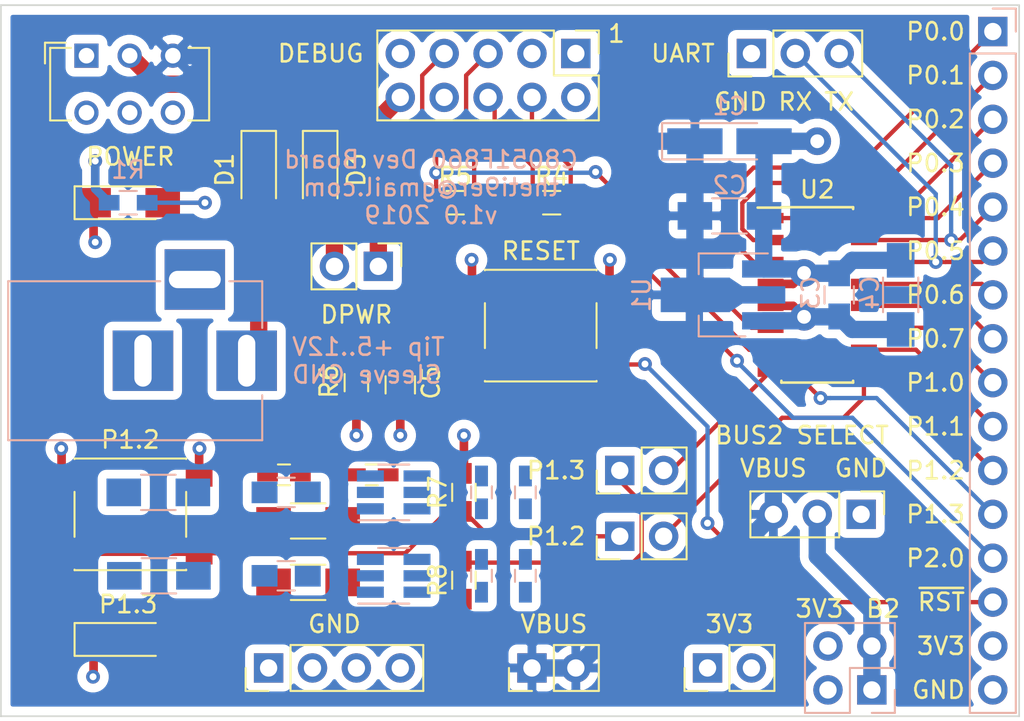
<source format=kicad_pcb>
(kicad_pcb (version 20171130) (host pcbnew "(5.1.2-1)-1")
  (layers (0 F.Cu signal) (1 GND power hide) (2 3V3 power hide) (31 B.Cu signal) (34 B.Paste user) (35 F.Paste user) (36 B.SilkS user) (37 F.SilkS user) (38 B.Mask user) (39 F.Mask user) (44 Edge.Cuts user))
  (net 0 "")
  (net 1 GND)
  (net 2 VBUS)
  (net 3 +3V3)
  (net 4 /~RST)
  (net 5 "Net-(D1-Pad2)")
  (net 6 /VBUS0)
  (net 7 "Net-(D2-Pad2)")
  (net 8 "Net-(D3-Pad2)")
  (net 9 "Net-(D4-Pad2)")
  (net 10 "Net-(J3-Pad2)")
  (net 11 /P0_5)
  (net 12 /P0_4)
  (net 13 "Net-(J10-Pad10)")
  (net 14 /C2CK)
  (net 15 /P2_0)
  (net 16 /C2D)
  (net 17 /P1_3)
  (net 18 /P1_2)
  (net 19 /P1_1)
  (net 20 /P1_0)
  (net 21 /P0_7)
  (net 22 /P0_6)
  (net 23 /P0_3)
  (net 24 /P0_2)
  (net 25 /P0_1)
  (net 26 /P0_0)
  (net 27 "Net-(JP2-Pad1)")
  (net 28 "Net-(JP3-Pad1)")
  (module Capacitors_SMD:C_0603_HandSoldering (layer F.Cu) (at 167.259 112.014)
    (fp_text reference REF** hide)
    (fp_text value C_0603_HandSoldering)
    (pad 1 smd rect (at -0.95 0) (size 1.2 0.75) (layers F.Cu F.Paste F.Mask))
    (pad 2 smd rect (at 0.95 0) (size 1.2 0.75) (layers F.Cu F.Paste F.Mask))
  )
  (module Capacitors_SMD:C_0603_HandSoldering (layer F.Cu) (at 162.179 112.014)
    (fp_text reference REF** hide)
    (fp_text value C_0603_HandSoldering)
    (pad 1 smd rect (at -0.95 0) (size 1.2 0.75) (layers F.Cu F.Paste F.Mask))
    (pad 2 smd rect (at 0.95 0) (size 1.2 0.75) (layers F.Cu F.Paste F.Mask))
  )
  (module Capacitors_SMD:C_1206_HandSoldering (layer F.Cu) (at 163.576 114.681)
    (fp_text reference REF** hide)
    (fp_text value C_1206_HandSoldering hide)
    (pad 1 smd rect (at -2 0) (size 2 1.6) (layers F.Cu F.Paste F.Mask))
    (pad 2 smd rect (at 2 0) (size 2 1.6) (layers F.Cu F.Paste F.Mask))
  )
  (module Capacitors_SMD:C_1206_HandSoldering (layer F.Cu) (at 163.576 118.237)
    (fp_text reference REF** hide)
    (fp_text value C_1206_HandSoldering)
    (pad 1 smd rect (at -2 0) (size 2 1.6) (layers F.Cu F.Paste F.Mask))
    (pad 2 smd rect (at 2 0) (size 2 1.6) (layers F.Cu F.Paste F.Mask))
  )
  (module Capacitors_SMD:C_0805_HandSoldering (layer B.Cu) (at 162.306 117.856 180)
    (fp_text reference REF** hide)
    (fp_text value C_0805_HandSoldering)
    (pad 1 smd rect (at -1.25 0 180) (size 1.5 1.25) (layers B.Cu B.Paste B.Mask))
    (pad 2 smd rect (at 1.25 0 180) (size 1.5 1.25) (layers B.Cu B.Paste B.Mask))
  )
  (module Capacitors_SMD:C_0805_HandSoldering (layer B.Cu) (at 162.306 113.03 180)
    (fp_text reference REF** hide)
    (fp_text value C_0805_HandSoldering)
    (pad 1 smd rect (at -1.25 0 180) (size 1.5 1.25) (layers B.Cu B.Paste B.Mask))
    (pad 2 smd rect (at 1.25 0 180) (size 1.5 1.25) (layers B.Cu B.Paste B.Mask))
  )
  (module Capacitors_SMD:C_1206_HandSoldering (layer B.Cu) (at 154.94 117.856 180)
    (fp_text reference REF** hide)
    (fp_text value C_1206_HandSoldering)
    (pad 1 smd rect (at -2 0 180) (size 2 1.6) (layers B.Cu B.Paste B.Mask))
    (pad 2 smd rect (at 2 0 180) (size 2 1.6) (layers B.Cu B.Paste B.Mask))
  )
  (module Capacitors_SMD:C_1206_HandSoldering (layer B.Cu) (at 154.908 113.03 180)
    (fp_text reference REF** hide)
    (fp_text value C_1206_HandSoldering)
    (pad 1 smd rect (at -2 0 180) (size 2 1.6) (layers B.Cu B.Paste B.Mask))
    (pad 2 smd rect (at 2 0 180) (size 2 1.6) (layers B.Cu B.Paste B.Mask))
  )
  (module Capacitors_SMD:C_0603_HandSoldering (layer B.Cu) (at 173.609 113.03 270)
    (fp_text reference REF** hide)
    (fp_text value C_0603_HandSoldering)
    (pad 1 smd rect (at -0.95 0 270) (size 1.2 0.75) (layers B.Cu B.Paste B.Mask))
    (pad 2 smd rect (at 0.95 0 270) (size 1.2 0.75) (layers B.Cu B.Paste B.Mask))
  )
  (module Capacitors_SMD:C_0603_HandSoldering (layer B.Cu) (at 176.149 113.03 270)
    (fp_text reference REF** hide)
    (fp_text value C_0603_HandSoldering)
    (pad 1 smd rect (at -0.95 0 270) (size 1.2 0.75) (layers B.Cu B.Paste B.Mask))
    (pad 2 smd rect (at 0.95 0 270) (size 1.2 0.75) (layers B.Cu B.Paste B.Mask))
  )
  (module Capacitors_SMD:C_0603_HandSoldering (layer B.Cu) (at 176.149 117.856 90)
    (fp_text reference REF** hide)
    (fp_text value C_0603_HandSoldering)
    (pad 1 smd rect (at -0.95 0 90) (size 1.2 0.75) (layers B.Cu B.Paste B.Mask))
    (pad 2 smd rect (at 0.95 0 90) (size 1.2 0.75) (layers B.Cu B.Paste B.Mask))
  )
  (module Capacitors_SMD:C_0603_HandSoldering (layer B.Cu) (at 173.609 117.856 270)
    (fp_text reference REF** hide)
    (fp_text value C_0603_HandSoldering)
    (pad 1 smd rect (at -0.95 0 270) (size 1.2 0.75) (layers B.Cu B.Paste B.Mask))
    (pad 2 smd rect (at 0.95 0 270) (size 1.2 0.75) (layers B.Cu B.Paste B.Mask))
  )
  (module TO_SOT_Packages_SMD:SOT-23-6_Handsoldering (layer B.Cu) (at 168.529 113.03)
    (fp_text reference REF** hide)
    (fp_text value SOT-23-6_Handsoldering)
    (pad 1 smd rect (at -1.35 0.95) (size 1.56 0.65) (layers B.Cu B.Paste B.Mask))
    (pad 2 smd rect (at -1.35 0) (size 1.56 0.65) (layers B.Cu B.Paste B.Mask))
    (pad 3 smd rect (at -1.35 -0.95) (size 1.56 0.65) (layers B.Cu B.Paste B.Mask))
    (pad 4 smd rect (at 1.35 -0.95) (size 1.56 0.65) (layers B.Cu B.Paste B.Mask))
    (pad 6 smd rect (at 1.35 0.95) (size 1.56 0.65) (layers B.Cu B.Paste B.Mask))
    (pad 5 smd rect (at 1.35 0) (size 1.56 0.65) (layers B.Cu B.Paste B.Mask))
  )
  (module TO_SOT_Packages_SMD:SOT-23-6_Handsoldering (layer B.Cu) (at 168.529 117.856)
    (fp_text reference REF** hide)
    (fp_text value SOT-23-6_Handsoldering)
    (pad 1 smd rect (at -1.35 0.95) (size 1.56 0.65) (layers B.Cu B.Paste B.Mask))
    (pad 2 smd rect (at -1.35 0) (size 1.56 0.65) (layers B.Cu B.Paste B.Mask))
    (pad 3 smd rect (at -1.35 -0.95) (size 1.56 0.65) (layers B.Cu B.Paste B.Mask))
    (pad 4 smd rect (at 1.35 -0.95) (size 1.56 0.65) (layers B.Cu B.Paste B.Mask))
    (pad 6 smd rect (at 1.35 0.95) (size 1.56 0.65) (layers B.Cu B.Paste B.Mask))
    (pad 5 smd rect (at 1.35 0) (size 1.56 0.65) (layers B.Cu B.Paste B.Mask))
  )
  (module LEDs:LED_1206_HandSoldering (layer F.Cu) (at 153.162 96.266)
    (fp_text reference D2 hide)
    (fp_text value PWR hide)
    (pad 1 smd rect (at -2 0) (size 2 1.7) (layers F.Cu F.Paste F.Mask) (net 1 GND))
    (pad 2 smd rect (at 2 0) (size 2 1.7) (layers F.Cu F.Paste F.Mask) (net 7 "Net-(D2-Pad2)"))
  )
  (module Housings_SOIC:SOIC-16_3.9x9.9mm_Pitch1.27mm (layer F.Cu) (at 193.04 101.6)
    (fp_text reference U2 (at 0 -6.096) (layer F.SilkS))
    (fp_text value C8051F860-C-GS hide)
    (pad 1 smd rect (at -2.7 -4.445) (size 1.5 0.6) (layers F.Cu F.Paste F.Mask) (net 24 /P0_2))
    (pad 2 smd rect (at -2.7 -3.175) (size 1.5 0.6) (layers F.Cu F.Paste F.Mask) (net 25 /P0_1))
    (pad 3 smd rect (at -2.7 -1.905) (size 1.5 0.6) (layers F.Cu F.Paste F.Mask) (net 26 /P0_0))
    (pad 4 smd rect (at -2.7 -0.635) (size 1.5 0.6) (layers F.Cu F.Paste F.Mask) (net 1 GND))
    (pad 5 smd rect (at -2.7 0.635) (size 1.5 0.6) (layers F.Cu F.Paste F.Mask) (net 3 +3V3))
    (pad 6 smd rect (at -2.7 1.905) (size 1.5 0.6) (layers F.Cu F.Paste F.Mask) (net 14 /C2CK))
    (pad 7 smd rect (at -2.7 3.175) (size 1.5 0.6) (layers F.Cu F.Paste F.Mask) (net 16 /C2D))
    (pad 8 smd rect (at -2.7 4.445) (size 1.5 0.6) (layers F.Cu F.Paste F.Mask) (net 17 /P1_3))
    (pad 9 smd rect (at 2.7 4.445) (size 1.5 0.6) (layers F.Cu F.Paste F.Mask) (net 18 /P1_2))
    (pad 10 smd rect (at 2.7 3.175) (size 1.5 0.6) (layers F.Cu F.Paste F.Mask) (net 19 /P1_1))
    (pad 11 smd rect (at 2.7 1.905) (size 1.5 0.6) (layers F.Cu F.Paste F.Mask) (net 20 /P1_0))
    (pad 12 smd rect (at 2.7 0.635) (size 1.5 0.6) (layers F.Cu F.Paste F.Mask) (net 21 /P0_7))
    (pad 13 smd rect (at 2.7 -0.635) (size 1.5 0.6) (layers F.Cu F.Paste F.Mask) (net 22 /P0_6))
    (pad 14 smd rect (at 2.7 -1.905) (size 1.5 0.6) (layers F.Cu F.Paste F.Mask) (net 11 /P0_5))
    (pad 15 smd rect (at 2.7 -3.175) (size 1.5 0.6) (layers F.Cu F.Paste F.Mask) (net 12 /P0_4))
    (pad 16 smd rect (at 2.7 -4.445) (size 1.5 0.6) (layers F.Cu F.Paste F.Mask) (net 23 /P0_3))
  )
  (module Pin_Headers:Pin_Header_Straight_1x03_Pitch2.54mm (layer F.Cu) (at 195.58 114.3 270)
    (fp_text reference J3 hide)
    (fp_text value "BUS2 SELECT" (at -4.572 3.429 180) (layer F.SilkS))
    (pad 1 thru_hole rect (at 0 0 270) (size 1.7 1.7) (drill 1) (layers *.Cu *.Mask) (net 1 GND))
    (pad 2 thru_hole oval (at 0 2.54 270) (size 1.7 1.7) (drill 1) (layers *.Cu *.Mask) (net 10 "Net-(J3-Pad2)"))
    (pad 3 thru_hole oval (at 0 5.08 270) (size 1.7 1.7) (drill 1) (layers *.Cu *.Mask) (net 2 VBUS))
  )
  (module Pin_Headers:Pin_Header_Straight_1x02_Pitch2.54mm (layer F.Cu) (at 181.61 115.57 90)
    (fp_text reference JP2 hide)
    (fp_text value P1.2 (at 0 -3.683 180) (layer F.SilkS))
    (pad 1 thru_hole rect (at 0 0 90) (size 1.7 1.7) (drill 1) (layers *.Cu *.Mask) (net 27 "Net-(JP2-Pad1)"))
    (pad 2 thru_hole oval (at 0 2.54 90) (size 1.7 1.7) (drill 1) (layers *.Cu *.Mask) (net 18 /P1_2))
  )
  (module Pin_Headers:Pin_Header_Straight_1x02_Pitch2.54mm (layer F.Cu) (at 181.61 111.76 90)
    (fp_text reference JP3 hide)
    (fp_text value P1.3 (at 0 -3.683 180) (layer F.SilkS))
    (pad 1 thru_hole rect (at 0 0 90) (size 1.7 1.7) (drill 1) (layers *.Cu *.Mask) (net 28 "Net-(JP3-Pad1)"))
    (pad 2 thru_hole oval (at 0 2.54 90) (size 1.7 1.7) (drill 1) (layers *.Cu *.Mask) (net 17 /P1_3))
  )
  (module Connectors:BARREL_JACK (layer B.Cu) (at 160.02 105.41)
    (fp_text reference J1 hide)
    (fp_text value 5-12V hide)
    (pad 1 thru_hole rect (at 0 0) (size 3.5 3.5) (drill oval 1 3) (layers *.Cu *.Mask) (net 5 "Net-(D1-Pad2)"))
    (pad 2 thru_hole rect (at -6 0) (size 3.5 3.5) (drill oval 1 3) (layers *.Cu *.Mask) (net 1 GND))
    (pad 3 thru_hole rect (at -3 -4.7) (size 3.5 3.5) (drill oval 3 1) (layers *.Cu *.Mask))
  )
  (module Capacitors_SMD:C_1206_HandSoldering (layer B.Cu) (at 197.866 101.6 90)
    (fp_text reference C4 (at 0.127 -1.778 270) (layer B.SilkS) (effects (justify mirror)))
    (fp_text value 1.0)
    (pad 1 smd rect (at -2 0 90) (size 2 1.6) (layers B.Cu B.Paste B.Mask) (net 3 +3V3))
    (pad 2 smd rect (at 2 0 90) (size 2 1.6) (layers B.Cu B.Paste B.Mask) (net 1 GND))
  )
  (module Buttons_Switches_SMD:SW_SPST_PTS645 (layer F.Cu) (at 153.289 114.3)
    (fp_text reference SW3 hide)
    (fp_text value P1.2 (at 0 -4.318) (layer F.SilkS))
    (pad 2 smd rect (at -3.98 2.25) (size 1.55 1.3) (layers F.Cu F.Paste F.Mask) (net 27 "Net-(JP2-Pad1)"))
    (pad 1 smd rect (at -3.98 -2.25) (size 1.55 1.3) (layers F.Cu F.Paste F.Mask) (net 1 GND))
    (pad 1 smd rect (at 3.98 -2.25) (size 1.55 1.3) (layers F.Cu F.Paste F.Mask) (net 1 GND))
    (pad 2 smd rect (at 3.98 2.25) (size 1.55 1.3) (layers F.Cu F.Paste F.Mask) (net 27 "Net-(JP2-Pad1)"))
  )
  (module Buttons_Switches_SMD:SW_SPST_PTS645 (layer F.Cu) (at 177.038 103.378)
    (fp_text reference SW2 hide)
    (fp_text value RESET (at 0 -4.318) (layer F.SilkS))
    (pad 2 smd rect (at -3.98 2.25) (size 1.55 1.3) (layers F.Cu F.Paste F.Mask) (net 4 /~RST))
    (pad 1 smd rect (at -3.98 -2.25) (size 1.55 1.3) (layers F.Cu F.Paste F.Mask) (net 1 GND))
    (pad 1 smd rect (at 3.98 -2.25) (size 1.55 1.3) (layers F.Cu F.Paste F.Mask) (net 1 GND))
    (pad 2 smd rect (at 3.98 2.25) (size 1.55 1.3) (layers F.Cu F.Paste F.Mask) (net 4 /~RST))
  )
  (module Buttons_Switches_THT:SW_CuK_JS202011CQN_DPDT_Straight (layer F.Cu) (at 150.749 87.757)
    (fp_text reference SW1 hide)
    (fp_text value POWER (at 2.54 5.842) (layer F.SilkS))
    (pad 1 thru_hole rect (at 0 0) (size 1.4 1.4) (drill 0.9) (layers *.Cu *.Mask))
    (pad 2 thru_hole circle (at 2.5 0) (size 1.4 1.4) (drill 0.9) (layers *.Cu *.Mask) (net 6 /VBUS0))
    (pad 3 thru_hole circle (at 5 0) (size 1.4 1.4) (drill 0.9) (layers *.Cu *.Mask) (net 2 VBUS))
    (pad 4 thru_hole circle (at 0 3.3) (size 1.4 1.4) (drill 0.9) (layers *.Cu *.Mask))
    (pad 5 thru_hole circle (at 2.5 3.3) (size 1.4 1.4) (drill 0.9) (layers *.Cu *.Mask))
    (pad 6 thru_hole circle (at 5 3.3) (size 1.4 1.4) (drill 0.9) (layers *.Cu *.Mask))
  )
  (module Socket_Strips:Socket_Strip_Straight_1x16_Pitch2.54mm (layer B.Cu) (at 203.2 86.36 180)
    (fp_text reference J2 hide)
    (fp_text value BOARD hide)
    (pad 1 thru_hole rect (at 0 0 180) (size 1.7 1.7) (drill 1) (layers *.Cu *.Mask) (net 26 /P0_0))
    (pad 2 thru_hole oval (at 0 -2.54 180) (size 1.7 1.7) (drill 1) (layers *.Cu *.Mask) (net 25 /P0_1))
    (pad 3 thru_hole oval (at 0 -5.08 180) (size 1.7 1.7) (drill 1) (layers *.Cu *.Mask) (net 24 /P0_2))
    (pad 4 thru_hole oval (at 0 -7.62 180) (size 1.7 1.7) (drill 1) (layers *.Cu *.Mask) (net 23 /P0_3))
    (pad 5 thru_hole oval (at 0 -10.16 180) (size 1.7 1.7) (drill 1) (layers *.Cu *.Mask) (net 12 /P0_4))
    (pad 6 thru_hole oval (at 0 -12.7 180) (size 1.7 1.7) (drill 1) (layers *.Cu *.Mask) (net 11 /P0_5))
    (pad 7 thru_hole oval (at 0 -15.24 180) (size 1.7 1.7) (drill 1) (layers *.Cu *.Mask) (net 22 /P0_6))
    (pad 8 thru_hole oval (at 0 -17.78 180) (size 1.7 1.7) (drill 1) (layers *.Cu *.Mask) (net 21 /P0_7))
    (pad 9 thru_hole oval (at 0 -20.32 180) (size 1.7 1.7) (drill 1) (layers *.Cu *.Mask) (net 20 /P1_0))
    (pad 10 thru_hole oval (at 0 -22.86 180) (size 1.7 1.7) (drill 1) (layers *.Cu *.Mask) (net 19 /P1_1))
    (pad 11 thru_hole oval (at 0 -25.4 180) (size 1.7 1.7) (drill 1) (layers *.Cu *.Mask) (net 18 /P1_2))
    (pad 12 thru_hole oval (at 0 -27.94 180) (size 1.7 1.7) (drill 1) (layers *.Cu *.Mask) (net 17 /P1_3))
    (pad 13 thru_hole oval (at 0 -30.48 180) (size 1.7 1.7) (drill 1) (layers *.Cu *.Mask) (net 15 /P2_0))
    (pad 14 thru_hole oval (at 0 -33.02 180) (size 1.7 1.7) (drill 1) (layers *.Cu *.Mask) (net 4 /~RST))
    (pad 15 thru_hole oval (at 0 -35.56 180) (size 1.7 1.7) (drill 1) (layers *.Cu *.Mask) (net 3 +3V3))
    (pad 16 thru_hole oval (at 0 -38.1 180) (size 1.7 1.7) (drill 1) (layers *.Cu *.Mask) (net 1 GND))
  )
  (module Capacitors_Tantalum_SMD:CP_Tantalum_Case-A_EIA-3216-18_Hand (layer B.Cu) (at 187.96 92.71)
    (fp_text reference C1 (at 0 -2.032) (layer B.SilkS) (effects (justify mirror)))
    (fp_text value 22.0)
    (pad 1 smd rect (at -2 0) (size 3.2 1.5) (layers B.Cu B.Paste B.Mask) (net 2 VBUS))
    (pad 2 smd rect (at 2 0) (size 3.2 1.5) (layers B.Cu B.Paste B.Mask) (net 1 GND))
  )
  (module Capacitors_SMD:C_1206_HandSoldering (layer B.Cu) (at 187.96 97.028)
    (fp_text reference C2 (at 0 -1.778) (layer B.SilkS) (effects (justify mirror)))
    (fp_text value 1.0)
    (pad 1 smd rect (at -2 0) (size 2 1.6) (layers B.Cu B.Paste B.Mask) (net 2 VBUS))
    (pad 2 smd rect (at 2 0) (size 2 1.6) (layers B.Cu B.Paste B.Mask) (net 1 GND))
  )
  (module Capacitors_SMD:C_0805_HandSoldering (layer B.Cu) (at 194.31 101.6 90)
    (fp_text reference C3 (at 0.127 -1.651 90) (layer B.SilkS) (effects (justify mirror)))
    (fp_text value 0.1)
    (pad 1 smd rect (at -1.25 0 90) (size 1.5 1.25) (layers B.Cu B.Paste B.Mask) (net 3 +3V3))
    (pad 2 smd rect (at 1.25 0 90) (size 1.5 1.25) (layers B.Cu B.Paste B.Mask) (net 1 GND))
  )
  (module Capacitors_SMD:C_0805_HandSoldering (layer F.Cu) (at 168.91 106.807 270)
    (fp_text reference C5 (at -0.127 -1.778 90) (layer F.SilkS))
    (fp_text value 0.1)
    (pad 1 smd rect (at -1.25 0 270) (size 1.5 1.25) (layers F.Cu F.Paste F.Mask) (net 4 /~RST))
    (pad 2 smd rect (at 1.25 0 270) (size 1.5 1.25) (layers F.Cu F.Paste F.Mask) (net 1 GND))
  )
  (module Diodes_SMD:D_SOD-123 (layer F.Cu) (at 160.7185 94.361 270)
    (fp_text reference D1 (at 0 1.9685 90) (layer F.SilkS))
    (fp_text value STPS140Z)
    (pad 1 smd rect (at -1.65 0 270) (size 0.9 1.2) (layers F.Cu F.Paste F.Mask) (net 6 /VBUS0))
    (pad 2 smd rect (at 1.65 0 270) (size 0.9 1.2) (layers F.Cu F.Paste F.Mask) (net 5 "Net-(D1-Pad2)"))
  )
  (module Diodes_SMD:D_SOD-123 (layer F.Cu) (at 164.2745 94.361 270)
    (fp_text reference D3 (at 0 -2.0955 90) (layer F.SilkS))
    (fp_text value STPS140Z)
    (pad 1 smd rect (at -1.65 0 270) (size 0.9 1.2) (layers F.Cu F.Paste F.Mask) (net 6 /VBUS0))
    (pad 2 smd rect (at 1.65 0 270) (size 0.9 1.2) (layers F.Cu F.Paste F.Mask) (net 8 "Net-(D3-Pad2)"))
  )
  (module LEDs:LED_1206_HandSoldering (layer F.Cu) (at 153.162 121.539)
    (fp_text reference D4 hide)
    (fp_text value P1.3 (at 0 -2.032) (layer F.SilkS))
    (pad 1 smd rect (at -2 0) (size 2 1.7) (layers F.Cu F.Paste F.Mask) (net 1 GND))
    (pad 2 smd rect (at 2 0) (size 2 1.7) (layers F.Cu F.Paste F.Mask) (net 9 "Net-(D4-Pad2)"))
  )
  (module Pin_Headers:Pin_Header_Straight_2x02_Pitch2.54mm (layer B.Cu) (at 196.2 124.46 90)
    (fp_text reference J4 hide)
    (fp_text value BUS1-2 hide)
    (pad 1 thru_hole rect (at 0 0 90) (size 1.7 1.7) (drill 1) (layers *.Cu *.Mask) (net 10 "Net-(J3-Pad2)"))
    (pad 2 thru_hole oval (at 2.54 0 90) (size 1.7 1.7) (drill 1) (layers *.Cu *.Mask) (net 10 "Net-(J3-Pad2)"))
    (pad 3 thru_hole oval (at 0 -2.54 90) (size 1.7 1.7) (drill 1) (layers *.Cu *.Mask) (net 3 +3V3))
    (pad 4 thru_hole oval (at 2.54 -2.54 90) (size 1.7 1.7) (drill 1) (layers *.Cu *.Mask) (net 3 +3V3))
  )
  (module Pin_Headers:Pin_Header_Straight_1x02_Pitch2.54mm (layer F.Cu) (at 176.53 123.19 90)
    (fp_text reference J6 hide)
    (fp_text value VBUS (at 2.54 1.27 180) (layer F.SilkS))
    (pad 1 thru_hole rect (at 0 0 90) (size 1.7 1.7) (drill 1) (layers *.Cu *.Mask) (net 2 VBUS))
    (pad 2 thru_hole oval (at 0 2.54 90) (size 1.7 1.7) (drill 1) (layers *.Cu *.Mask) (net 2 VBUS))
  )
  (module Pin_Headers:Pin_Header_Straight_1x02_Pitch2.54mm (layer F.Cu) (at 186.69 123.19 90)
    (fp_text reference J7 hide)
    (fp_text value 3V3 (at 2.54 1.27 180) (layer F.SilkS))
    (pad 1 thru_hole rect (at 0 0 90) (size 1.7 1.7) (drill 1) (layers *.Cu *.Mask) (net 3 +3V3))
    (pad 2 thru_hole oval (at 0 2.54 90) (size 1.7 1.7) (drill 1) (layers *.Cu *.Mask) (net 3 +3V3))
  )
  (module Pin_Headers:Pin_Header_Straight_1x04_Pitch2.54mm (layer F.Cu) (at 161.29 123.19 90)
    (fp_text reference J8 hide)
    (fp_text value GND (at 2.54 3.81 180) (layer F.SilkS))
    (pad 1 thru_hole rect (at 0 0 90) (size 1.7 1.7) (drill 1) (layers *.Cu *.Mask) (net 1 GND))
    (pad 2 thru_hole oval (at 0 2.54 90) (size 1.7 1.7) (drill 1) (layers *.Cu *.Mask) (net 1 GND))
    (pad 3 thru_hole oval (at 0 5.08 90) (size 1.7 1.7) (drill 1) (layers *.Cu *.Mask) (net 1 GND))
    (pad 4 thru_hole oval (at 0 7.62 90) (size 1.7 1.7) (drill 1) (layers *.Cu *.Mask) (net 1 GND))
  )
  (module Pin_Headers:Pin_Header_Straight_1x03_Pitch2.54mm (layer F.Cu) (at 189.23 87.63 90)
    (fp_text reference J9 hide)
    (fp_text value UART (at 0 -2.032 180) (layer F.SilkS) (effects (justify right)))
    (pad 1 thru_hole rect (at 0 0 90) (size 1.7 1.7) (drill 1) (layers *.Cu *.Mask) (net 1 GND))
    (pad 2 thru_hole oval (at 0 2.54 90) (size 1.7 1.7) (drill 1) (layers *.Cu *.Mask) (net 11 /P0_5))
    (pad 3 thru_hole oval (at 0 5.08 90) (size 1.7 1.7) (drill 1) (layers *.Cu *.Mask) (net 12 /P0_4))
  )
  (module Pin_Headers:Pin_Header_Straight_2x05_Pitch2.54mm (layer F.Cu) (at 179.07 87.63 270)
    (fp_text reference J10 hide)
    (fp_text value DEBUG (at 0 12.192 180) (layer F.SilkS) (effects (justify right)))
    (pad 1 thru_hole rect (at 0 0 270) (size 1.7 1.7) (drill 1) (layers *.Cu *.Mask))
    (pad 2 thru_hole oval (at 2.54 0 270) (size 1.7 1.7) (drill 1) (layers *.Cu *.Mask) (net 1 GND))
    (pad 3 thru_hole oval (at 0 2.54 270) (size 1.7 1.7) (drill 1) (layers *.Cu *.Mask) (net 1 GND))
    (pad 4 thru_hole oval (at 2.54 2.54 270) (size 1.7 1.7) (drill 1) (layers *.Cu *.Mask) (net 16 /C2D))
    (pad 5 thru_hole oval (at 0 5.08 270) (size 1.7 1.7) (drill 1) (layers *.Cu *.Mask) (net 4 /~RST))
    (pad 6 thru_hole oval (at 2.54 5.08 270) (size 1.7 1.7) (drill 1) (layers *.Cu *.Mask) (net 15 /P2_0))
    (pad 7 thru_hole oval (at 0 7.62 270) (size 1.7 1.7) (drill 1) (layers *.Cu *.Mask) (net 14 /C2CK))
    (pad 8 thru_hole oval (at 2.54 7.62 270) (size 1.7 1.7) (drill 1) (layers *.Cu *.Mask))
    (pad 9 thru_hole oval (at 0 10.16 270) (size 1.7 1.7) (drill 1) (layers *.Cu *.Mask) (net 1 GND))
    (pad 10 thru_hole oval (at 2.54 10.16 270) (size 1.7 1.7) (drill 1) (layers *.Cu *.Mask) (net 13 "Net-(J10-Pad10)"))
  )
  (module Pin_Headers:Pin_Header_Straight_1x02_Pitch2.54mm (layer F.Cu) (at 167.64 99.949 270)
    (fp_text reference JP1 hide)
    (fp_text value DPWR (at 2.794 1.27 180) (layer F.SilkS))
    (pad 1 thru_hole rect (at 0 0 270) (size 1.7 1.7) (drill 1) (layers *.Cu *.Mask) (net 13 "Net-(J10-Pad10)"))
    (pad 2 thru_hole oval (at 0 2.54 270) (size 1.7 1.7) (drill 1) (layers *.Cu *.Mask) (net 8 "Net-(D3-Pad2)"))
  )
  (module Resistors_SMD:R_0603_HandSoldering (layer B.Cu) (at 153.162 96.266)
    (fp_text reference R1 (at 0 -1.905 180) (layer B.SilkS) (effects (justify mirror)))
    (fp_text value 470)
    (pad 1 smd rect (at -1.1 0) (size 1.2 0.9) (layers B.Cu B.Paste B.Mask) (net 3 +3V3))
    (pad 2 smd rect (at 1.1 0) (size 1.2 0.9) (layers B.Cu B.Paste B.Mask) (net 7 "Net-(D2-Pad2)"))
  )
  (module Resistors_SMD:R_0603_HandSoldering (layer F.Cu) (at 177.673 96.266 180)
    (fp_text reference R4 (at 0 1.524) (layer F.SilkS))
    (fp_text value 1K0)
    (pad 1 smd rect (at -1.1 0 180) (size 1.2 0.9) (layers F.Cu F.Paste F.Mask) (net 16 /C2D))
    (pad 2 smd rect (at 1.1 0 180) (size 1.2 0.9) (layers F.Cu F.Paste F.Mask) (net 15 /P2_0))
  )
  (module Resistors_SMD:R_0603_HandSoldering (layer F.Cu) (at 172.085 96.266)
    (fp_text reference R5 (at 0 -1.524) (layer F.SilkS))
    (fp_text value 1K0)
    (pad 1 smd rect (at -1.1 0) (size 1.2 0.9) (layers F.Cu F.Paste F.Mask) (net 14 /C2CK))
    (pad 2 smd rect (at 1.1 0) (size 1.2 0.9) (layers F.Cu F.Paste F.Mask) (net 4 /~RST))
  )
  (module Resistors_SMD:R_0603_HandSoldering (layer F.Cu) (at 166.37 106.68 270)
    (fp_text reference R6 (at -0.0635 1.5875 90) (layer F.SilkS))
    (fp_text value 1K0)
    (pad 1 smd rect (at -1.1 0 270) (size 1.2 0.9) (layers F.Cu F.Paste F.Mask) (net 4 /~RST))
    (pad 2 smd rect (at 1.1 0 270) (size 1.2 0.9) (layers F.Cu F.Paste F.Mask) (net 3 +3V3))
  )
  (module Resistors_SMD:R_0603_HandSoldering (layer F.Cu) (at 172.593 113.03 270)
    (fp_text reference R7 (at 0 1.524 90) (layer F.SilkS))
    (fp_text value 3K3)
    (pad 1 smd rect (at -1.1 0 270) (size 1.2 0.9) (layers F.Cu F.Paste F.Mask) (net 3 +3V3))
    (pad 2 smd rect (at 1.1 0 270) (size 1.2 0.9) (layers F.Cu F.Paste F.Mask) (net 27 "Net-(JP2-Pad1)"))
  )
  (module Resistors_SMD:R_0603_HandSoldering (layer F.Cu) (at 172.593 118.11 270)
    (fp_text reference R8 (at 0 1.524 90) (layer F.SilkS))
    (fp_text value 470)
    (pad 1 smd rect (at -1.1 0 270) (size 1.2 0.9) (layers F.Cu F.Paste F.Mask) (net 28 "Net-(JP3-Pad1)"))
    (pad 2 smd rect (at 1.1 0 270) (size 1.2 0.9) (layers F.Cu F.Paste F.Mask) (net 9 "Net-(D4-Pad2)"))
  )
  (module TO_SOT_Packages_SMD:SOT-89-3_Handsoldering (layer B.Cu) (at 187.96 101.6 180)
    (fp_text reference U1 (at 5.08 0 90) (layer B.SilkS) (effects (justify mirror)))
    (fp_text value MCP1700-3302E_SOT89)
    (pad 1 smd rect (at -1.98 1.5 270) (size 1 2.5) (layers B.Cu B.Paste B.Mask) (net 1 GND))
    (pad 2 smd rect (at -1.98 0 270) (size 1 2.5) (layers B.Cu B.Paste B.Mask) (net 2 VBUS))
    (pad 3 smd rect (at -1.98 -1.5 270) (size 1 2.5) (layers B.Cu B.Paste B.Mask) (net 3 +3V3))
    (pad 2 smd rect (at 1.98 0 270) (size 2 4) (layers B.Cu B.Paste B.Mask) (net 2 VBUS))
    (pad 2 smd trapezoid (at -0.37 0 90) (size 1.5 0.75) (rect_delta 0 -0.5) (layers B.Cu B.Paste B.Mask) (net 2 VBUS))
  )
  (gr_text "Tip +5..12V\nSleeve GND" (at 162.56 105.41) (layer B.SilkS) (effects (font (size 1 1)) (justify right mirror)))
  (gr_text "C8051F860 Dev Board\ntheti9er@gmail.com\nv1.0 2019" (at 170.688 95.377) (layer B.SilkS) (effects (font (size 1 1)) (justify mirror)))
  (gr_text 1 (at 180.848 86.487) (layer F.SilkS) (effects (font (size 1 1)) (justify left)))
  (gr_text GND (at 188.595 90.424) (layer F.SilkS) (effects (font (size 1 1))))
  (gr_text RX (at 191.77 90.424) (layer F.SilkS) (effects (font (size 1 1))))
  (gr_text TX (at 194.31 90.424) (layer F.SilkS) (effects (font (size 1 1))))
  (gr_text B2 (at 196.85 119.761) (layer F.SilkS) (effects (font (size 1 1))))
  (gr_text 3V3 (at 193.167 119.761) (layer F.SilkS) (effects (font (size 1 1))))
  (gr_text GND (at 195.58 111.633) (layer F.SilkS) (effects (font (size 1 1))))
  (gr_text VBUS (at 190.5 111.633) (layer F.SilkS) (effects (font (size 1 1))))
  (gr_text GND (at 201.676 124.46) (layer F.SilkS) (effects (font (size 1 1)) (justify right)))
  (gr_text 3V3 (at 201.676 121.92) (layer F.SilkS) (effects (font (size 1 1)) (justify right)))
  (gr_text ~RST (at 201.676 119.38) (layer F.SilkS) (effects (font (size 1 1)) (justify right)))
  (gr_text P2.0 (at 201.676 116.84) (layer F.SilkS) (effects (font (size 1 1)) (justify right)))
  (gr_text P1.3 (at 201.676 114.3) (layer F.SilkS) (effects (font (size 1 1)) (justify right)))
  (gr_text P1.2 (at 201.676 111.76) (layer F.SilkS) (effects (font (size 1 1)) (justify right)))
  (gr_text P1.1 (at 201.676 109.22) (layer F.SilkS) (effects (font (size 1 1)) (justify right)))
  (gr_text P1.0 (at 201.676 106.68) (layer F.SilkS) (effects (font (size 1 1)) (justify right)))
  (gr_text P0.7 (at 201.676 104.14) (layer F.SilkS) (effects (font (size 1 1)) (justify right)))
  (gr_text P0.6 (at 201.676 101.6) (layer F.SilkS) (effects (font (size 1 1)) (justify right)))
  (gr_text P0.5 (at 201.676 99.06) (layer F.SilkS) (effects (font (size 1 1)) (justify right)))
  (gr_text P0.4 (at 201.676 96.52) (layer F.SilkS) (effects (font (size 1 1)) (justify right)))
  (gr_text P0.3 (at 201.676 93.98) (layer F.SilkS) (effects (font (size 1 1)) (justify right)))
  (gr_text P0.2 (at 201.676 91.44) (layer F.SilkS) (effects (font (size 1 1)) (justify right)))
  (gr_text P0.1 (at 201.676 88.9) (layer F.SilkS) (effects (font (size 1 1)) (justify right)))
  (gr_text P0.0 (at 201.676 86.36) (layer F.SilkS) (effects (font (size 1 1)) (justify right)))
  (gr_line (start 204.724 84.836) (end 204.724 125.984) (layer Edge.Cuts) (width 0.1))
  (gr_line (start 145.796 84.836) (end 204.724 84.836) (layer Edge.Cuts) (width 0.1))
  (gr_line (start 145.796 125.984) (end 145.796 84.836) (layer Edge.Cuts) (width 0.1))
  (gr_line (start 204.724 125.984) (end 145.796 125.984) (layer Edge.Cuts) (width 0.1))
  (segment (start 189.96 92.71) (end 189.96 97.028) (width 1) (layer B.Cu) (net 1))
  (via (at 168.91 109.727998) (size 0.8) (drill 0.4) (layers F.Cu B.Cu) (net 1))
  (segment (start 168.91 108.057) (end 168.91 109.727998) (width 0.5) (layer F.Cu) (net 1))
  (via (at 192.278 100.330008) (size 1.6) (drill 0.8) (layers F.Cu B.Cu) (net 1))
  (segment (start 190.34 100.965) (end 191.643008 100.965) (width 0.5) (layer F.Cu) (net 1))
  (segment (start 191.643008 100.965) (end 191.878001 100.730007) (width 0.5) (layer F.Cu) (net 1))
  (segment (start 191.878001 100.730007) (end 192.278 100.330008) (width 0.5) (layer F.Cu) (net 1))
  (segment (start 195.06 99.6) (end 194.31 100.35) (width 1) (layer B.Cu) (net 1))
  (segment (start 197.866 99.6) (end 195.06 99.6) (width 1) (layer B.Cu) (net 1))
  (segment (start 192.297992 100.35) (end 192.278 100.330008) (width 1) (layer B.Cu) (net 1))
  (segment (start 194.31 100.35) (end 192.297992 100.35) (width 1) (layer B.Cu) (net 1))
  (segment (start 192.047992 100.1) (end 192.278 100.330008) (width 1) (layer B.Cu) (net 1))
  (segment (start 189.94 100.1) (end 192.047992 100.1) (width 1) (layer B.Cu) (net 1))
  (segment (start 189.94 97.048) (end 189.96 97.028) (width 1) (layer B.Cu) (net 1))
  (segment (start 189.94 100.1) (end 189.94 97.048) (width 1) (layer B.Cu) (net 1))
  (via (at 151.257 98.552) (size 0.8) (drill 0.4) (layers F.Cu B.Cu) (net 1))
  (segment (start 151.162 98.457) (end 151.257 98.552) (width 0.5) (layer F.Cu) (net 1))
  (segment (start 151.162 96.266) (end 151.162 98.457) (width 0.5) (layer F.Cu) (net 1))
  (via (at 193.04 92.71) (size 1.6) (drill 0.8) (layers F.Cu B.Cu) (net 1))
  (segment (start 189.96 92.71) (end 193.04 92.71) (width 1) (layer B.Cu) (net 1))
  (via (at 149.2885 110.49) (size 0.8) (drill 0.4) (layers F.Cu B.Cu) (net 1))
  (segment (start 149.309 112.05) (end 149.309 110.5105) (width 0.5) (layer F.Cu) (net 1))
  (segment (start 149.309 110.5105) (end 149.2885 110.49) (width 0.5) (layer F.Cu) (net 1))
  (via (at 157.2895 110.49) (size 0.8) (drill 0.4) (layers F.Cu B.Cu) (net 1))
  (segment (start 157.269 112.05) (end 157.269 110.5105) (width 0.5) (layer F.Cu) (net 1))
  (segment (start 157.269 110.5105) (end 157.2895 110.49) (width 0.5) (layer F.Cu) (net 1))
  (segment (start 181.018 99.5885) (end 181.0385 99.568) (width 0.5) (layer F.Cu) (net 1))
  (segment (start 181.018 101.128) (end 181.018 99.5885) (width 0.5) (layer F.Cu) (net 1))
  (via (at 181.0385 99.568) (size 0.8) (drill 0.4) (layers F.Cu B.Cu) (net 1))
  (via (at 173.0375 99.568006) (size 0.8) (drill 0.4) (layers F.Cu B.Cu) (net 1))
  (segment (start 173.058 101.128) (end 173.058 99.588506) (width 0.5) (layer F.Cu) (net 1))
  (segment (start 173.058 99.588506) (end 173.0375 99.568006) (width 0.5) (layer F.Cu) (net 1))
  (via (at 151.129996 123.698) (size 0.8) (drill 0.4) (layers F.Cu B.Cu) (net 1))
  (segment (start 151.162 121.539) (end 151.162 123.665996) (width 0.5) (layer F.Cu) (net 1))
  (segment (start 151.162 123.665996) (end 151.129996 123.698) (width 0.5) (layer F.Cu) (net 1))
  (segment (start 185.96 92.71) (end 185.96 97.028) (width 1) (layer B.Cu) (net 2))
  (segment (start 185.96 101.834) (end 185.98 101.854) (width 1) (layer B.Cu) (net 2))
  (segment (start 185.96 97.028) (end 185.96 101.834) (width 1) (layer B.Cu) (net 2))
  (segment (start 176.53 123.19) (end 179.07 123.19) (width 1) (layer B.Cu) (net 2))
  (segment (start 186.436 118.364) (end 190.5 114.3) (width 1) (layer B.Cu) (net 2))
  (segment (start 183.896 118.364) (end 186.436 118.364) (width 1) (layer B.Cu) (net 2))
  (segment (start 179.07 123.19) (end 183.896 118.364) (width 1) (layer B.Cu) (net 2))
  (segment (start 185.928 101.906) (end 185.98 101.854) (width 1) (layer B.Cu) (net 2))
  (segment (start 190.5 110.859501) (end 185.928 106.287501) (width 1) (layer B.Cu) (net 2))
  (segment (start 185.928 106.287501) (end 185.928 101.906) (width 1) (layer B.Cu) (net 2))
  (segment (start 190.5 114.3) (end 190.5 110.859501) (width 1) (layer B.Cu) (net 2))
  (segment (start 189.94 101.6) (end 185.98 101.6) (width 1) (layer B.Cu) (net 2))
  (segment (start 158.623 87.757) (end 155.749 87.757) (width 1) (layer B.Cu) (net 2))
  (segment (start 163.576 92.71) (end 158.623 87.757) (width 1) (layer B.Cu) (net 2))
  (segment (start 185.96 92.71) (end 163.576 92.71) (width 1) (layer B.Cu) (net 2))
  (via (at 172.593 109.728) (size 0.8) (drill 0.4) (layers F.Cu B.Cu) (net 3))
  (segment (start 172.593 111.93) (end 172.593 109.728) (width 0.5) (layer F.Cu) (net 3))
  (via (at 166.369996 109.728) (size 0.8) (drill 0.4) (layers F.Cu B.Cu) (net 3))
  (segment (start 166.37 107.78) (end 166.37 109.727996) (width 0.5) (layer F.Cu) (net 3))
  (segment (start 166.37 109.727996) (end 166.369996 109.728) (width 0.5) (layer F.Cu) (net 3))
  (via (at 192.278 102.87) (size 1.6) (drill 0.8) (layers F.Cu B.Cu) (net 3))
  (segment (start 191.643 102.235) (end 191.878001 102.470001) (width 0.5) (layer F.Cu) (net 3))
  (segment (start 191.878001 102.470001) (end 192.278 102.87) (width 0.5) (layer F.Cu) (net 3))
  (segment (start 190.34 102.235) (end 191.643 102.235) (width 0.5) (layer F.Cu) (net 3))
  (segment (start 192.048 103.1) (end 192.278 102.87) (width 1) (layer B.Cu) (net 3))
  (segment (start 189.94 103.1) (end 192.048 103.1) (width 1) (layer B.Cu) (net 3))
  (segment (start 194.29 102.87) (end 194.31 102.85) (width 1) (layer B.Cu) (net 3))
  (segment (start 192.278 102.87) (end 194.29 102.87) (width 1) (layer B.Cu) (net 3))
  (segment (start 195.06 103.6) (end 194.31 102.85) (width 1) (layer B.Cu) (net 3))
  (segment (start 197.866 103.6) (end 195.06 103.6) (width 1) (layer B.Cu) (net 3))
  (via (at 151.257 93.853) (size 0.8) (drill 0.4) (layers F.Cu B.Cu) (net 3))
  (segment (start 151.257 95.461) (end 152.062 96.266) (width 0.5) (layer B.Cu) (net 3))
  (segment (start 151.257 93.853) (end 151.257 95.461) (width 0.5) (layer B.Cu) (net 3))
  (segment (start 174.083 105.628) (end 181.018 105.628) (width 0.25) (layer F.Cu) (net 4))
  (segment (start 173.058 105.628) (end 174.083 105.628) (width 0.25) (layer F.Cu) (net 4))
  (via (at 186.69 114.808) (size 0.8) (drill 0.4) (layers F.Cu B.Cu) (net 4))
  (segment (start 191.262 119.38) (end 203.2 119.38) (width 0.25) (layer F.Cu) (net 4))
  (segment (start 186.69 114.808) (end 191.262 119.38) (width 0.25) (layer F.Cu) (net 4))
  (segment (start 173.319 105.628) (end 173.058 105.628) (width 0.25) (layer F.Cu) (net 4))
  (segment (start 172.033 105.628) (end 173.058 105.628) (width 0.25) (layer F.Cu) (net 4))
  (segment (start 168.981 105.628) (end 172.033 105.628) (width 0.25) (layer F.Cu) (net 4))
  (segment (start 168.91 105.557) (end 168.981 105.628) (width 0.25) (layer F.Cu) (net 4))
  (segment (start 166.37 105.58) (end 166.393 105.557) (width 0.25) (layer F.Cu) (net 4))
  (segment (start 166.54 105.41) (end 166.37 105.58) (width 0.25) (layer F.Cu) (net 4))
  (segment (start 168.763 105.41) (end 166.54 105.41) (width 0.25) (layer F.Cu) (net 4))
  (segment (start 168.91 105.557) (end 168.763 105.41) (width 0.25) (layer F.Cu) (net 4))
  (via (at 183.0705 105.600508) (size 0.8) (drill 0.4) (layers F.Cu B.Cu) (net 4))
  (segment (start 181.018 105.628) (end 183.043008 105.628) (width 0.25) (layer F.Cu) (net 4))
  (segment (start 183.043008 105.628) (end 183.0705 105.600508) (width 0.25) (layer F.Cu) (net 4))
  (segment (start 186.69 114.808) (end 186.69 109.220008) (width 0.25) (layer B.Cu) (net 4))
  (segment (start 186.69 109.220008) (end 183.470499 106.000507) (width 0.25) (layer B.Cu) (net 4))
  (segment (start 183.470499 106.000507) (end 183.0705 105.600508) (width 0.25) (layer B.Cu) (net 4))
  (segment (start 172.72 91.948) (end 172.72 88.9) (width 0.25) (layer F.Cu) (net 4))
  (segment (start 173.185 92.413) (end 172.72 91.948) (width 0.25) (layer F.Cu) (net 4))
  (segment (start 173.185 97.112) (end 173.185 92.413) (width 0.25) (layer F.Cu) (net 4))
  (segment (start 174.588001 98.515001) (end 173.185 97.112) (width 0.25) (layer F.Cu) (net 4))
  (segment (start 174.588001 98.519001) (end 174.588001 98.515001) (width 0.25) (layer F.Cu) (net 4))
  (segment (start 173.058 104.728) (end 174.582 103.204) (width 0.25) (layer F.Cu) (net 4))
  (segment (start 174.582 98.525002) (end 174.588001 98.519001) (width 0.25) (layer F.Cu) (net 4))
  (segment (start 172.72 88.9) (end 173.99 87.63) (width 0.25) (layer F.Cu) (net 4))
  (segment (start 174.582 103.204) (end 174.582 98.525002) (width 0.25) (layer F.Cu) (net 4))
  (segment (start 173.058 105.628) (end 173.058 104.728) (width 0.25) (layer F.Cu) (net 4))
  (segment (start 160.7185 104.7115) (end 160.02 105.41) (width 1) (layer F.Cu) (net 5))
  (segment (start 160.7185 96.011) (end 160.7185 104.7115) (width 1) (layer F.Cu) (net 5))
  (segment (start 160.7185 92.711) (end 164.2745 92.711) (width 1) (layer F.Cu) (net 6))
  (segment (start 156.718 89.408) (end 154.9 89.408) (width 1) (layer F.Cu) (net 6))
  (segment (start 154.9 89.408) (end 153.249 87.757) (width 1) (layer F.Cu) (net 6))
  (segment (start 160.021 92.711) (end 156.718 89.408) (width 1) (layer F.Cu) (net 6))
  (segment (start 160.7185 92.711) (end 160.021 92.711) (width 1) (layer F.Cu) (net 6))
  (via (at 157.607 96.266) (size 0.8) (drill 0.4) (layers F.Cu B.Cu) (net 7))
  (segment (start 155.162 96.266) (end 157.607 96.266) (width 0.25) (layer F.Cu) (net 7))
  (segment (start 157.041315 96.266) (end 154.262 96.266) (width 0.25) (layer B.Cu) (net 7))
  (segment (start 157.607 96.266) (end 157.041315 96.266) (width 0.25) (layer B.Cu) (net 7))
  (segment (start 165.1 98.044) (end 165.1 99.949) (width 1) (layer F.Cu) (net 8))
  (segment (start 164.2745 97.2185) (end 165.1 98.044) (width 1) (layer F.Cu) (net 8))
  (segment (start 164.2745 96.011) (end 164.2745 97.2185) (width 1) (layer F.Cu) (net 8))
  (segment (start 155.797 120.904) (end 155.162 121.539) (width 0.25) (layer F.Cu) (net 9))
  (segment (start 170.899 120.904) (end 155.797 120.904) (width 0.25) (layer F.Cu) (net 9))
  (segment (start 172.593 119.21) (end 170.899 120.904) (width 0.25) (layer F.Cu) (net 9))
  (segment (start 196.2 121.92) (end 196.2 124.46) (width 1) (layer B.Cu) (net 10))
  (segment (start 196.2 119.888) (end 196.2 121.92) (width 1) (layer B.Cu) (net 10))
  (segment (start 193.04 116.728) (end 196.2 119.888) (width 1) (layer B.Cu) (net 10))
  (segment (start 193.04 114.3) (end 193.04 116.728) (width 1) (layer B.Cu) (net 10))
  (segment (start 195.74 99.695) (end 199.898008 99.695) (width 0.25) (layer F.Cu) (net 11))
  (via (at 199.898008 99.695) (size 0.8) (drill 0.4) (layers F.Cu B.Cu) (net 11))
  (segment (start 200.463693 99.695) (end 199.898008 99.695) (width 0.25) (layer F.Cu) (net 11))
  (segment (start 202.565 99.695) (end 200.463693 99.695) (width 0.25) (layer F.Cu) (net 11))
  (segment (start 203.2 99.06) (end 202.565 99.695) (width 0.25) (layer F.Cu) (net 11))
  (segment (start 199.898008 95.758008) (end 199.898008 99.129315) (width 0.25) (layer B.Cu) (net 11))
  (segment (start 199.898008 99.129315) (end 199.898008 99.695) (width 0.25) (layer B.Cu) (net 11))
  (segment (start 191.77 87.63) (end 199.898008 95.758008) (width 0.25) (layer B.Cu) (net 11))
  (via (at 200.78699 98.425) (size 0.8) (drill 0.4) (layers F.Cu B.Cu) (net 12))
  (segment (start 195.74 98.425) (end 200.78699 98.425) (width 0.25) (layer F.Cu) (net 12))
  (segment (start 203.2 96.52) (end 201.295 98.425) (width 0.25) (layer F.Cu) (net 12))
  (segment (start 201.295 98.425) (end 200.78699 98.425) (width 0.25) (layer F.Cu) (net 12))
  (segment (start 200.78699 97.859315) (end 200.78699 98.425) (width 0.25) (layer B.Cu) (net 12))
  (segment (start 200.78699 94.10699) (end 200.78699 97.859315) (width 0.25) (layer B.Cu) (net 12))
  (segment (start 194.31 87.63) (end 200.78699 94.10699) (width 0.25) (layer B.Cu) (net 12))
  (segment (start 167.64 91.44) (end 167.64 99.949) (width 1) (layer F.Cu) (net 13))
  (segment (start 168.91 90.17) (end 167.64 91.44) (width 1) (layer F.Cu) (net 13))
  (segment (start 170.985 96.266) (end 170.985 94.531) (width 0.25) (layer F.Cu) (net 14))
  (via (at 170.985 94.531) (size 0.8) (drill 0.4) (layers F.Cu B.Cu) (net 14))
  (segment (start 170.18 91.948) (end 170.985 92.753) (width 0.25) (layer F.Cu) (net 14))
  (segment (start 170.985 92.753) (end 170.985 94.531) (width 0.25) (layer F.Cu) (net 14))
  (segment (start 170.18 88.9) (end 170.18 91.948) (width 0.25) (layer F.Cu) (net 14))
  (segment (start 171.45 87.63) (end 170.18 88.9) (width 0.25) (layer F.Cu) (net 14))
  (via (at 180.212996 94.488) (size 0.8) (drill 0.4) (layers F.Cu B.Cu) (net 14))
  (segment (start 170.985 94.531) (end 180.169996 94.531) (width 0.25) (layer B.Cu) (net 14))
  (segment (start 180.169996 94.531) (end 180.212996 94.488) (width 0.25) (layer B.Cu) (net 14))
  (segment (start 189.229996 103.505) (end 180.612995 94.887999) (width 0.25) (layer F.Cu) (net 14))
  (segment (start 190.34 103.505) (end 189.229996 103.505) (width 0.25) (layer F.Cu) (net 14))
  (segment (start 180.612995 94.887999) (end 180.212996 94.488) (width 0.25) (layer F.Cu) (net 14))
  (segment (start 176.573 94.15) (end 176.573 96.266) (width 0.25) (layer F.Cu) (net 15))
  (segment (start 174.371 91.948) (end 176.573 94.15) (width 0.25) (layer F.Cu) (net 15))
  (segment (start 174.371 90.551) (end 174.371 91.948) (width 0.25) (layer F.Cu) (net 15))
  (segment (start 173.99 90.17) (end 174.371 90.551) (width 0.25) (layer F.Cu) (net 15))
  (via (at 188.399839 105.41) (size 0.8) (drill 0.4) (layers F.Cu B.Cu) (net 15))
  (segment (start 188.399839 105.468839) (end 188.399839 105.41) (width 0.25) (layer B.Cu) (net 15))
  (segment (start 191.643 108.712) (end 188.399839 105.468839) (width 0.25) (layer B.Cu) (net 15))
  (segment (start 195.072 108.712) (end 191.643 108.712) (width 0.25) (layer B.Cu) (net 15))
  (segment (start 203.2 116.84) (end 195.072 108.712) (width 0.25) (layer B.Cu) (net 15))
  (segment (start 187.99984 105.010001) (end 188.399839 105.41) (width 0.25) (layer F.Cu) (net 15))
  (segment (start 180.906839 97.917) (end 187.99984 105.010001) (width 0.25) (layer F.Cu) (net 15))
  (segment (start 176.573 97.071) (end 177.419 97.917) (width 0.25) (layer F.Cu) (net 15))
  (segment (start 177.419 97.917) (end 180.906839 97.917) (width 0.25) (layer F.Cu) (net 15))
  (segment (start 176.573 96.266) (end 176.573 97.071) (width 0.25) (layer F.Cu) (net 15))
  (segment (start 176.53 91.948) (end 176.53 90.17) (width 0.25) (layer F.Cu) (net 16))
  (segment (start 178.773 94.191) (end 176.53 91.948) (width 0.25) (layer F.Cu) (net 16))
  (segment (start 178.773 96.266) (end 178.773 94.191) (width 0.25) (layer F.Cu) (net 16))
  (segment (start 179.623 96.266) (end 178.773 96.266) (width 0.25) (layer F.Cu) (net 16))
  (segment (start 180.594 96.266) (end 179.623 96.266) (width 0.25) (layer F.Cu) (net 16))
  (segment (start 189.103 104.775) (end 180.594 96.266) (width 0.25) (layer F.Cu) (net 16))
  (segment (start 190.34 104.775) (end 189.103 104.775) (width 0.25) (layer F.Cu) (net 16))
  (segment (start 196.469 107.569) (end 193.796185 107.569) (width 0.25) (layer B.Cu) (net 17))
  (segment (start 193.796185 107.569) (end 193.2305 107.569) (width 0.25) (layer B.Cu) (net 17))
  (segment (start 203.2 114.3) (end 196.469 107.569) (width 0.25) (layer B.Cu) (net 17))
  (segment (start 190.34 106.045) (end 191.7065 106.045) (width 0.25) (layer F.Cu) (net 17))
  (via (at 193.2305 107.569) (size 0.8) (drill 0.4) (layers F.Cu B.Cu) (net 17))
  (segment (start 191.7065 106.045) (end 192.830501 107.169001) (width 0.25) (layer F.Cu) (net 17))
  (segment (start 192.830501 107.169001) (end 193.2305 107.569) (width 0.25) (layer F.Cu) (net 17))
  (segment (start 190.279 106.0755) (end 184.5945 111.76) (width 0.25) (layer F.Cu) (net 17))
  (segment (start 184.5945 111.76) (end 184.15 111.76) (width 0.25) (layer F.Cu) (net 17))
  (segment (start 190.3095 106.0755) (end 190.279 106.0755) (width 0.25) (layer F.Cu) (net 17))
  (segment (start 197.485 106.045) (end 203.2 111.76) (width 0.25) (layer F.Cu) (net 18))
  (segment (start 195.74 106.045) (end 197.485 106.045) (width 0.25) (layer F.Cu) (net 18))
  (segment (start 194.564 108.712) (end 191.008 108.712) (width 0.25) (layer F.Cu) (net 18))
  (segment (start 195.74 107.536) (end 194.564 108.712) (width 0.25) (layer F.Cu) (net 18))
  (segment (start 191.008 108.712) (end 184.15 115.57) (width 0.25) (layer F.Cu) (net 18))
  (segment (start 195.74 106.045) (end 195.74 107.536) (width 0.25) (layer F.Cu) (net 18))
  (segment (start 198.755 104.775) (end 203.2 109.22) (width 0.25) (layer F.Cu) (net 19))
  (segment (start 195.74 104.775) (end 198.755 104.775) (width 0.25) (layer F.Cu) (net 19))
  (segment (start 200.025 103.505) (end 203.2 106.68) (width 0.25) (layer F.Cu) (net 20))
  (segment (start 195.74 103.505) (end 200.025 103.505) (width 0.25) (layer F.Cu) (net 20))
  (segment (start 201.295 102.235) (end 203.2 104.14) (width 0.25) (layer F.Cu) (net 21))
  (segment (start 195.74 102.235) (end 201.295 102.235) (width 0.25) (layer F.Cu) (net 21))
  (segment (start 202.565 100.965) (end 203.2 101.6) (width 0.25) (layer F.Cu) (net 22))
  (segment (start 195.74 100.965) (end 202.565 100.965) (width 0.25) (layer F.Cu) (net 22))
  (segment (start 200.025 97.155) (end 195.74 97.155) (width 0.25) (layer F.Cu) (net 23))
  (segment (start 203.2 93.98) (end 200.025 97.155) (width 0.25) (layer F.Cu) (net 23))
  (segment (start 191.643 97.155) (end 190.34 97.155) (width 0.25) (layer F.Cu) (net 24))
  (segment (start 192.786 96.012) (end 191.643 97.155) (width 0.25) (layer F.Cu) (net 24))
  (segment (start 198.628 96.012) (end 192.786 96.012) (width 0.25) (layer F.Cu) (net 24))
  (segment (start 203.2 91.44) (end 198.628 96.012) (width 0.25) (layer F.Cu) (net 24))
  (segment (start 188.705 96.283) (end 188.705 97.79) (width 0.25) (layer F.Cu) (net 25))
  (segment (start 189.34 98.425) (end 190.34 98.425) (width 0.25) (layer F.Cu) (net 25))
  (segment (start 189.865 95.123) (end 188.705 96.283) (width 0.25) (layer F.Cu) (net 25))
  (segment (start 196.977 95.123) (end 189.865 95.123) (width 0.25) (layer F.Cu) (net 25))
  (segment (start 188.705 97.79) (end 189.34 98.425) (width 0.25) (layer F.Cu) (net 25))
  (segment (start 203.2 88.9) (end 196.977 95.123) (width 0.25) (layer F.Cu) (net 25))
  (segment (start 189.357 99.695) (end 190.34 99.695) (width 0.25) (layer F.Cu) (net 26))
  (segment (start 187.706 98.044) (end 189.357 99.695) (width 0.25) (layer F.Cu) (net 26))
  (segment (start 187.706 95.885) (end 187.706 98.044) (width 0.25) (layer F.Cu) (net 26))
  (segment (start 189.357 94.234) (end 187.706 95.885) (width 0.25) (layer F.Cu) (net 26))
  (segment (start 195.326 94.234) (end 189.357 94.234) (width 0.25) (layer F.Cu) (net 26))
  (segment (start 203.2 86.36) (end 195.326 94.234) (width 0.25) (layer F.Cu) (net 26))
  (segment (start 172.593 114.13) (end 172.5725 114.1095) (width 0.25) (layer F.Cu) (net 27))
  (segment (start 174.033 115.57) (end 172.593 114.13) (width 0.25) (layer F.Cu) (net 27))
  (segment (start 181.356 115.57) (end 174.033 115.57) (width 0.25) (layer F.Cu) (net 27))
  (segment (start 157.233 116.586) (end 157.269 116.55) (width 0.25) (layer F.Cu) (net 27))
  (segment (start 149.345 116.586) (end 157.233 116.586) (width 0.25) (layer F.Cu) (net 27))
  (segment (start 149.309 116.55) (end 149.345 116.586) (width 0.25) (layer F.Cu) (net 27))
  (segment (start 171.62 114.13) (end 172.593 114.13) (width 0.25) (layer F.Cu) (net 27))
  (segment (start 169.2 116.55) (end 171.62 114.13) (width 0.25) (layer F.Cu) (net 27))
  (segment (start 157.269 116.55) (end 169.2 116.55) (width 0.25) (layer F.Cu) (net 27))
  (segment (start 172.677 117.094) (end 172.593 117.01) (width 0.25) (layer F.Cu) (net 28))
  (segment (start 182.371002 117.094) (end 172.677 117.094) (width 0.25) (layer F.Cu) (net 28))
  (segment (start 181.61 112.352) (end 182.88 113.622) (width 0.25) (layer F.Cu) (net 28))
  (segment (start 182.88 116.585002) (end 182.371002 117.094) (width 0.25) (layer F.Cu) (net 28))
  (segment (start 182.88 113.622) (end 182.88 116.585002) (width 0.25) (layer F.Cu) (net 28))
  (segment (start 181.61 111.76) (end 181.61 112.352) (width 0.25) (layer F.Cu) (net 28))
  (zone (net 2) (net_name VBUS) (layer B.Cu) (connect_pads (clearance 0.508)) (min_thickness 0.254) (fill yes (arc_segments 32) (thermal_gap 0.508) (thermal_bridge_width 0.508))
    (polygon (pts (xy 145.796 84.836) (xy 145.796 125.984) (xy 204.724 125.984) (xy 204.724 84.836)))
  )
)
</source>
